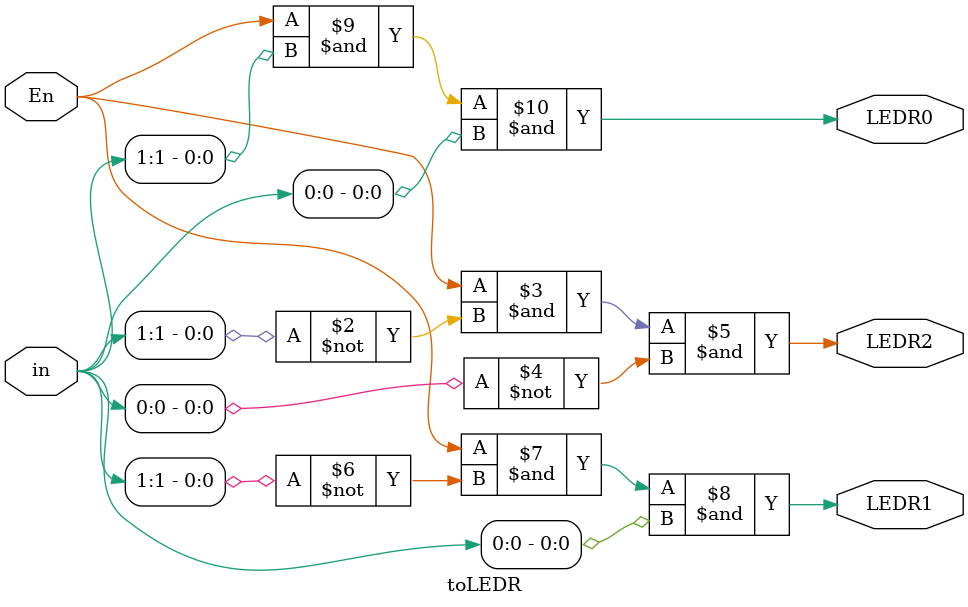
<source format=v>
module toLEDR(in, En, LEDR0, LEDR1, LEDR2);
	input[1:0] in;
	input En;
	output reg LEDR0, LEDR1, LEDR2;
	// LEDR2 = RED ... LEDR0 = GREEN
	always @(*) begin
		LEDR2 = En & ~in[1] & ~in[0];
		LEDR1 = En & ~in[1] &  in[0];
		LEDR0 = En &  in[1] &  in[0];
	end
endmodule 
</source>
